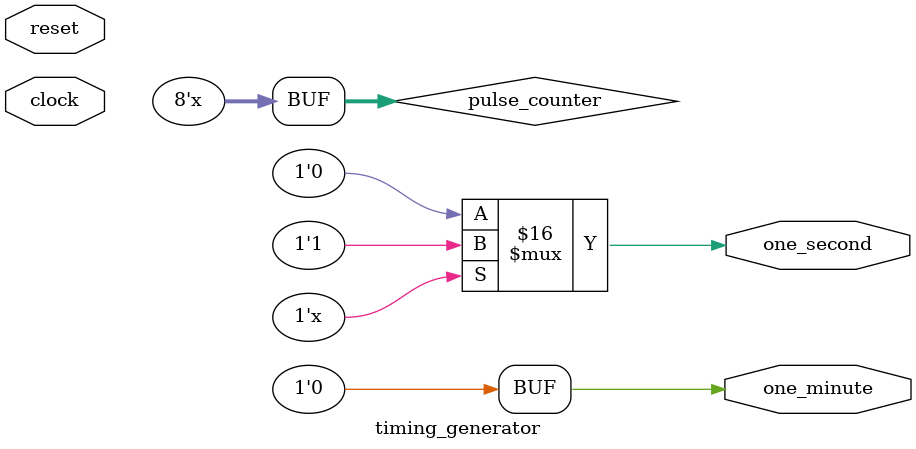
<source format=v>

module timing_generator(clock, reset, one_second, one_minute);
  input clock;
  input reset;
  output reg one_second;
  output reg one_minute;
  reg[7:0] pulse_counter;
  reg[6:0] second_counter;
  
  initial begin
    pulse_counter = 0;
    second_counter = 0;
  end
  
  always@(posedge reset) begin
  pulse_counter = 0;
  second_counter = 0;
  end
  always@(clock) begin
   one_second = 0;
   one_minute = 0;
  
  if(pulse_counter == 255)
    one_second = 1;
  
  pulse_counter <= pulse_counter + 1;
  end
  
  always@(posedge one_second) begin
    if(second_counter == 59) begin
      one_minute = 1;
      second_counter = 0;
     end else begin
      second_counter = second_counter + 1;
    end
  end  
  
endmodule
</source>
